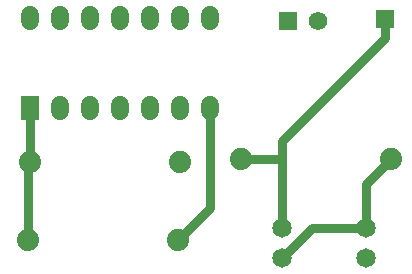
<source format=gbl>
G04 Layer: BottomLayer*
G04 EasyEDA v6.4.31, 2022-02-21 10:24:03*
G04 30f33cc809fd450ca7eb4ca7eccbfc45,10*
G04 Gerber Generator version 0.2*
G04 Scale: 100 percent, Rotated: No, Reflected: No *
G04 Dimensions in millimeters *
G04 leading zeros omitted , absolute positions ,4 integer and 5 decimal *
%FSLAX45Y45*%
%MOMM*%

%ADD11C,0.8000*%
%ADD12R,1.5748X1.5748*%
%ADD13C,1.5748*%
%ADD14C,1.6510*%
%ADD15C,1.8796*%
%ADD17C,1.5000*%

%LPD*%
D11*
X4356102Y3924300D02*
G01*
X4140202Y3708400D01*
X4140202Y3340100D01*
X4140202Y3340100D02*
G01*
X3683002Y3340100D01*
X3429002Y3086100D01*
X4305302Y5105400D02*
G01*
X4305302Y4946599D01*
X3086102Y3924300D02*
G01*
X3429002Y3924300D01*
X3429002Y3340100D02*
G01*
X3429002Y3924300D01*
X3429002Y3924300D02*
G01*
X3429002Y4070299D01*
X4305302Y4946599D01*
X1295402Y4356100D02*
G01*
X1295402Y3898900D01*
X1295402Y3898900D02*
G01*
X1282702Y3886200D01*
X1282702Y3238500D01*
X2819402Y4356100D02*
G01*
X2819402Y3505200D01*
X2552702Y3238500D01*
D12*
G01*
X3479800Y5092700D03*
D13*
G01*
X3733800Y5092700D03*
D12*
G01*
X4305300Y5105400D03*
D14*
G01*
X3429000Y3340100D03*
G01*
X3429000Y3086100D03*
G01*
X4140200Y3340100D03*
G01*
X4140200Y3086100D03*
D15*
G01*
X1295400Y3898900D03*
G01*
X2565400Y3898900D03*
G01*
X1282700Y3238500D03*
G01*
X2552700Y3238500D03*
G01*
X3086100Y3924300D03*
G01*
X4356100Y3924300D03*
G36*
X1220398Y4456099D02*
G01*
X1370401Y4456099D01*
X1370401Y4256100D01*
X1220398Y4256100D01*
G37*
D17*
X1549400Y4381098D02*
G01*
X1549400Y4331098D01*
X1803400Y4381098D02*
G01*
X1803400Y4331098D01*
X2057400Y4381098D02*
G01*
X2057400Y4331098D01*
X2311400Y4381098D02*
G01*
X2311400Y4331098D01*
X2565400Y4381098D02*
G01*
X2565400Y4331098D01*
X2819400Y4381098D02*
G01*
X2819400Y4331098D01*
X1295400Y5143098D02*
G01*
X1295400Y5093098D01*
X1549400Y5143098D02*
G01*
X1549400Y5093098D01*
X1803400Y5143098D02*
G01*
X1803400Y5093098D01*
X2057400Y5143098D02*
G01*
X2057400Y5093098D01*
X2311400Y5143098D02*
G01*
X2311400Y5093098D01*
X2565400Y5143098D02*
G01*
X2565400Y5093098D01*
X2819400Y5143098D02*
G01*
X2819400Y5093098D01*
M02*

</source>
